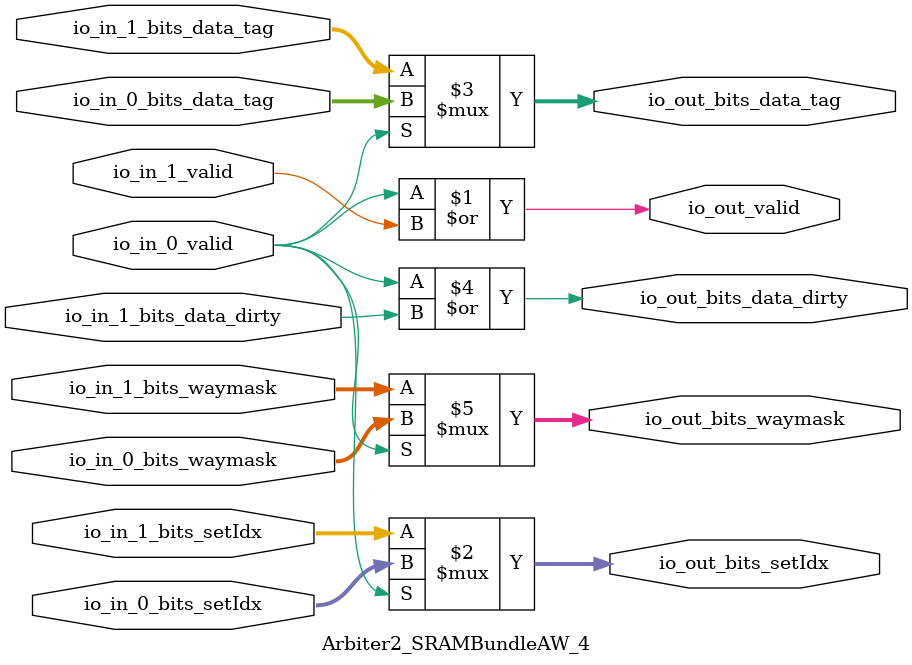
<source format=sv>
`ifndef RANDOMIZE
  `ifdef RANDOMIZE_MEM_INIT
    `define RANDOMIZE
  `endif // RANDOMIZE_MEM_INIT
`endif // not def RANDOMIZE
`ifndef RANDOMIZE
  `ifdef RANDOMIZE_REG_INIT
    `define RANDOMIZE
  `endif // RANDOMIZE_REG_INIT
`endif // not def RANDOMIZE

`ifndef RANDOM
  `define RANDOM $random
`endif // not def RANDOM

// Users can define INIT_RANDOM as general code that gets injected into the
// initializer block for modules with registers.
`ifndef INIT_RANDOM
  `define INIT_RANDOM
`endif // not def INIT_RANDOM

// If using random initialization, you can also define RANDOMIZE_DELAY to
// customize the delay used, otherwise 0.002 is used.
`ifndef RANDOMIZE_DELAY
  `define RANDOMIZE_DELAY 0.002
`endif // not def RANDOMIZE_DELAY

// Define INIT_RANDOM_PROLOG_ for use in our modules below.
`ifndef INIT_RANDOM_PROLOG_
  `ifdef RANDOMIZE
    `ifdef VERILATOR
      `define INIT_RANDOM_PROLOG_ `INIT_RANDOM
    `else  // VERILATOR
      `define INIT_RANDOM_PROLOG_ `INIT_RANDOM #`RANDOMIZE_DELAY begin end
    `endif // VERILATOR
  `else  // RANDOMIZE
    `define INIT_RANDOM_PROLOG_
  `endif // RANDOMIZE
`endif // not def INIT_RANDOM_PROLOG_

// Include register initializers in init blocks unless synthesis is set
`ifndef SYNTHESIS
  `ifndef ENABLE_INITIAL_REG_
    `define ENABLE_INITIAL_REG_
  `endif // not def ENABLE_INITIAL_REG_
`endif // not def SYNTHESIS

// Include rmemory initializers in init blocks unless synthesis is set
`ifndef SYNTHESIS
  `ifndef ENABLE_INITIAL_MEM_
    `define ENABLE_INITIAL_MEM_
  `endif // not def ENABLE_INITIAL_MEM_
`endif // not def SYNTHESIS

// Standard header to adapt well known macros for prints and assertions.

// Users can define 'ASSERT_VERBOSE_COND' to add an extra gate to assert error printing.
`ifndef ASSERT_VERBOSE_COND_
  `ifdef ASSERT_VERBOSE_COND
    `define ASSERT_VERBOSE_COND_ (`ASSERT_VERBOSE_COND)
  `else  // ASSERT_VERBOSE_COND
    `define ASSERT_VERBOSE_COND_ 1
  `endif // ASSERT_VERBOSE_COND
`endif // not def ASSERT_VERBOSE_COND_

// Users can define 'STOP_COND' to add an extra gate to stop conditions.
`ifndef STOP_COND_
  `ifdef STOP_COND
    `define STOP_COND_ (`STOP_COND)
  `else  // STOP_COND
    `define STOP_COND_ 1
  `endif // STOP_COND
`endif // not def STOP_COND_

module Arbiter2_SRAMBundleAW_4(	// src/main/scala/chisel3/util/Arbiter.scala:133:7
  input         io_in_0_valid,	// src/main/scala/chisel3/util/Arbiter.scala:140:14
  input  [8:0]  io_in_0_bits_setIdx,	// src/main/scala/chisel3/util/Arbiter.scala:140:14
  input  [16:0] io_in_0_bits_data_tag,	// src/main/scala/chisel3/util/Arbiter.scala:140:14
  input  [3:0]  io_in_0_bits_waymask,	// src/main/scala/chisel3/util/Arbiter.scala:140:14
  input         io_in_1_valid,	// src/main/scala/chisel3/util/Arbiter.scala:140:14
  input  [8:0]  io_in_1_bits_setIdx,	// src/main/scala/chisel3/util/Arbiter.scala:140:14
  input  [16:0] io_in_1_bits_data_tag,	// src/main/scala/chisel3/util/Arbiter.scala:140:14
  input         io_in_1_bits_data_dirty,	// src/main/scala/chisel3/util/Arbiter.scala:140:14
  input  [3:0]  io_in_1_bits_waymask,	// src/main/scala/chisel3/util/Arbiter.scala:140:14
  output        io_out_valid,	// src/main/scala/chisel3/util/Arbiter.scala:140:14
  output [8:0]  io_out_bits_setIdx,	// src/main/scala/chisel3/util/Arbiter.scala:140:14
  output [16:0] io_out_bits_data_tag,	// src/main/scala/chisel3/util/Arbiter.scala:140:14
  output        io_out_bits_data_dirty,	// src/main/scala/chisel3/util/Arbiter.scala:140:14
  output [3:0]  io_out_bits_waymask	// src/main/scala/chisel3/util/Arbiter.scala:140:14
);

  assign io_out_valid = io_in_0_valid | io_in_1_valid;	// src/main/scala/chisel3/util/Arbiter.scala:133:7, :154:31
  assign io_out_bits_setIdx = io_in_0_valid ? io_in_0_bits_setIdx : io_in_1_bits_setIdx;	// src/main/scala/chisel3/util/Arbiter.scala:133:7, :143:15, :145:26, :147:19
  assign io_out_bits_data_tag =
    io_in_0_valid ? io_in_0_bits_data_tag : io_in_1_bits_data_tag;	// src/main/scala/chisel3/util/Arbiter.scala:133:7, :143:15, :145:26, :147:19
  assign io_out_bits_data_dirty = io_in_0_valid | io_in_1_bits_data_dirty;	// src/main/scala/chisel3/util/Arbiter.scala:133:7, :143:15, :145:26, :147:19
  assign io_out_bits_waymask =
    io_in_0_valid ? io_in_0_bits_waymask : io_in_1_bits_waymask;	// src/main/scala/chisel3/util/Arbiter.scala:133:7, :143:15, :145:26, :147:19
endmodule


</source>
